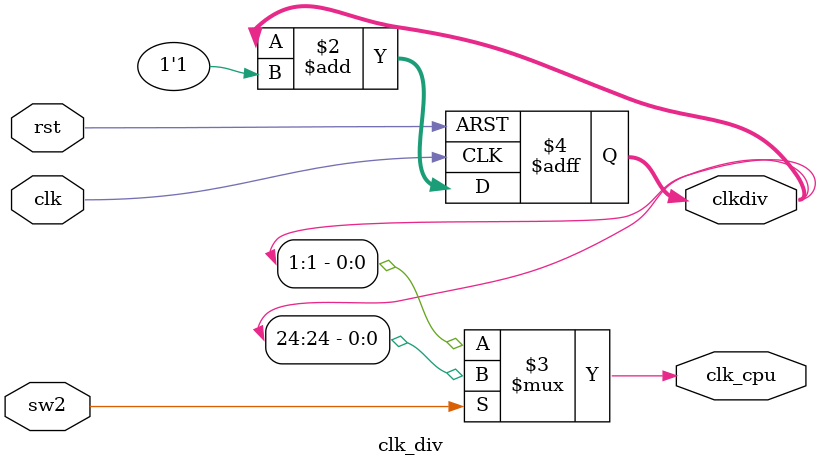
<source format=v>
`timescale 1ns / 1ps
module clk_div(
	input wire clk,
	input wire rst,
	input wire sw2,
	output reg [31:0] clkdiv,
	output wire clk_cpu
	);

	always @ (posedge clk or posedge rst) begin
		if (rst) begin
			clkdiv <= 0;
		end else begin
			clkdiv <= clkdiv + 1'b1;
		end
	end

	assign clk_cpu = sw2 ? clkdiv[24] : clkdiv[1];	// SW2 Ñ¡ÔñÊ±ÖÓ

endmodule

</source>
